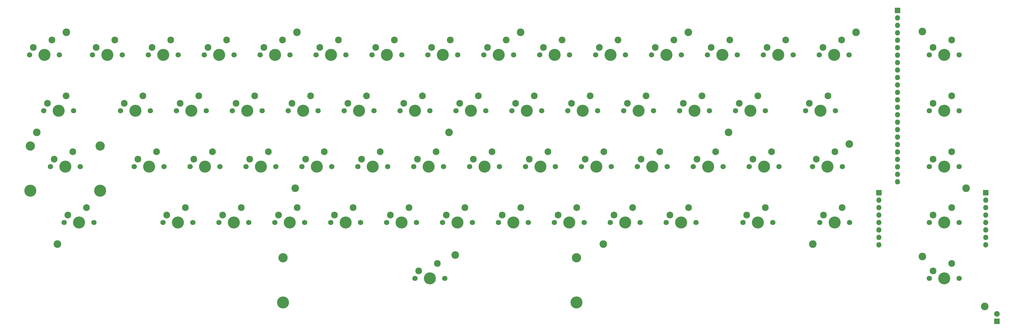
<source format=gbr>
G04 #@! TF.GenerationSoftware,KiCad,Pcbnew,(6.0.1)*
G04 #@! TF.CreationDate,2022-06-17T23:43:58+01:00*
G04 #@! TF.ProjectId,Project Helena,50726f6a-6563-4742-9048-656c656e612e,D*
G04 #@! TF.SameCoordinates,Original*
G04 #@! TF.FileFunction,Soldermask,Bot*
G04 #@! TF.FilePolarity,Negative*
%FSLAX46Y46*%
G04 Gerber Fmt 4.6, Leading zero omitted, Abs format (unit mm)*
G04 Created by KiCad (PCBNEW (6.0.1)) date 2022-06-17 23:43:58*
%MOMM*%
%LPD*%
G01*
G04 APERTURE LIST*
G04 Aperture macros list*
%AMRoundRect*
0 Rectangle with rounded corners*
0 $1 Rounding radius*
0 $2 $3 $4 $5 $6 $7 $8 $9 X,Y pos of 4 corners*
0 Add a 4 corners polygon primitive as box body*
4,1,4,$2,$3,$4,$5,$6,$7,$8,$9,$2,$3,0*
0 Add four circle primitives for the rounded corners*
1,1,$1+$1,$2,$3*
1,1,$1+$1,$4,$5*
1,1,$1+$1,$6,$7*
1,1,$1+$1,$8,$9*
0 Add four rect primitives between the rounded corners*
20,1,$1+$1,$2,$3,$4,$5,0*
20,1,$1+$1,$4,$5,$6,$7,0*
20,1,$1+$1,$6,$7,$8,$9,0*
20,1,$1+$1,$8,$9,$2,$3,0*%
G04 Aperture macros list end*
%ADD10C,1.802000*%
%ADD11C,4.102000*%
%ADD12C,2.302000*%
%ADD13C,3.152000*%
%ADD14RoundRect,0.051000X-0.850000X-0.850000X0.850000X-0.850000X0.850000X0.850000X-0.850000X0.850000X0*%
%ADD15O,1.802000X1.802000*%
%ADD16RoundRect,0.051000X0.900000X-0.900000X0.900000X0.900000X-0.900000X0.900000X-0.900000X-0.900000X0*%
%ADD17C,1.902000*%
%ADD18C,2.602000*%
G04 APERTURE END LIST*
D10*
X307340000Y-85090000D03*
X317500000Y-85090000D03*
D11*
X312420000Y-85090000D03*
D12*
X314960000Y-80010000D03*
X308610000Y-82550000D03*
D13*
X38519000Y-116190000D03*
D10*
X55499000Y-123190000D03*
D11*
X38519000Y-131430000D03*
X50419000Y-123190000D03*
D10*
X45339000Y-123190000D03*
D13*
X62319000Y-116190000D03*
D11*
X62319000Y-131430000D03*
D12*
X52959000Y-118110000D03*
X46609000Y-120650000D03*
D10*
X184150000Y-85090000D03*
X173990000Y-85090000D03*
D11*
X179070000Y-85090000D03*
D12*
X181610000Y-80010000D03*
X175260000Y-82550000D03*
D11*
X160020000Y-85090000D03*
D10*
X165100000Y-85090000D03*
X154940000Y-85090000D03*
D12*
X162560000Y-80010000D03*
X156210000Y-82550000D03*
D10*
X183515000Y-104140000D03*
X193675000Y-104140000D03*
D11*
X188595000Y-104140000D03*
D12*
X191135000Y-99060000D03*
X184785000Y-101600000D03*
D10*
X174625000Y-104140000D03*
X164465000Y-104140000D03*
D11*
X169545000Y-104140000D03*
D12*
X172085000Y-99060000D03*
X165735000Y-101600000D03*
D10*
X178943000Y-142240000D03*
X189103000Y-142240000D03*
D11*
X184023000Y-142240000D03*
D12*
X186563000Y-137160000D03*
X180213000Y-139700000D03*
D10*
X188214000Y-123190000D03*
D11*
X193294000Y-123190000D03*
D10*
X198374000Y-123190000D03*
D12*
X195834000Y-118110000D03*
X189484000Y-120650000D03*
D10*
X179324000Y-123190000D03*
X169164000Y-123190000D03*
D11*
X174244000Y-123190000D03*
D12*
X176784000Y-118110000D03*
X170434000Y-120650000D03*
D11*
X124625000Y-169530000D03*
X174625000Y-161290000D03*
D13*
X124625000Y-154290000D03*
X224625000Y-154290000D03*
D10*
X169545000Y-161290000D03*
X179705000Y-161290000D03*
D11*
X224625000Y-169530000D03*
D12*
X177165000Y-156210000D03*
X170815000Y-158750000D03*
D10*
X344805000Y-161290000D03*
X354965000Y-161290000D03*
D11*
X349885000Y-161290000D03*
D12*
X352425000Y-156210000D03*
X346075000Y-158750000D03*
D10*
X193040000Y-85090000D03*
D11*
X198120000Y-85090000D03*
D10*
X203200000Y-85090000D03*
D12*
X200660000Y-80010000D03*
X194310000Y-82550000D03*
D11*
X140970000Y-85090000D03*
D10*
X135890000Y-85090000D03*
X146050000Y-85090000D03*
D12*
X143510000Y-80010000D03*
X137160000Y-82550000D03*
D10*
X212725000Y-104140000D03*
X202565000Y-104140000D03*
D11*
X207645000Y-104140000D03*
D12*
X210185000Y-99060000D03*
X203835000Y-101600000D03*
D11*
X150495000Y-104140000D03*
D10*
X145415000Y-104140000D03*
X155575000Y-104140000D03*
D12*
X153035000Y-99060000D03*
X146685000Y-101600000D03*
D10*
X217424000Y-123190000D03*
X207264000Y-123190000D03*
D11*
X212344000Y-123190000D03*
D12*
X214884000Y-118110000D03*
X208534000Y-120650000D03*
D10*
X160274000Y-123190000D03*
D11*
X155194000Y-123190000D03*
D10*
X150114000Y-123190000D03*
D12*
X157734000Y-118110000D03*
X151384000Y-120650000D03*
D10*
X197993000Y-142240000D03*
X208153000Y-142240000D03*
D11*
X203073000Y-142240000D03*
D12*
X205613000Y-137160000D03*
X199263000Y-139700000D03*
D10*
X159893000Y-142240000D03*
D11*
X164973000Y-142240000D03*
D10*
X170053000Y-142240000D03*
D12*
X167513000Y-137160000D03*
X161163000Y-139700000D03*
D10*
X344805000Y-142240000D03*
D11*
X349885000Y-142240000D03*
D10*
X354965000Y-142240000D03*
D12*
X352425000Y-137160000D03*
X346075000Y-139700000D03*
D10*
X222250000Y-85090000D03*
X212090000Y-85090000D03*
D11*
X217170000Y-85090000D03*
D12*
X219710000Y-80010000D03*
X213360000Y-82550000D03*
D10*
X127000000Y-85090000D03*
D11*
X121920000Y-85090000D03*
D10*
X116840000Y-85090000D03*
D12*
X124460000Y-80010000D03*
X118110000Y-82550000D03*
D10*
X231775000Y-104140000D03*
X221615000Y-104140000D03*
D11*
X226695000Y-104140000D03*
D12*
X229235000Y-99060000D03*
X222885000Y-101600000D03*
D10*
X126365000Y-104140000D03*
D11*
X131445000Y-104140000D03*
D10*
X136525000Y-104140000D03*
D12*
X133985000Y-99060000D03*
X127635000Y-101600000D03*
D11*
X231394000Y-123190000D03*
D10*
X236474000Y-123190000D03*
X226314000Y-123190000D03*
D12*
X233934000Y-118110000D03*
X227584000Y-120650000D03*
D10*
X141224000Y-123190000D03*
X131064000Y-123190000D03*
D11*
X136144000Y-123190000D03*
D12*
X138684000Y-118110000D03*
X132334000Y-120650000D03*
D10*
X227203000Y-142240000D03*
D11*
X222123000Y-142240000D03*
D10*
X217043000Y-142240000D03*
D12*
X224663000Y-137160000D03*
X218313000Y-139700000D03*
D10*
X151003000Y-142240000D03*
D11*
X145923000Y-142240000D03*
D10*
X140843000Y-142240000D03*
D12*
X148463000Y-137160000D03*
X142113000Y-139700000D03*
D10*
X354965000Y-123190000D03*
X344805000Y-123190000D03*
D11*
X349885000Y-123190000D03*
D12*
X352425000Y-118110000D03*
X346075000Y-120650000D03*
D11*
X236220000Y-85090000D03*
D10*
X231140000Y-85090000D03*
X241300000Y-85090000D03*
D12*
X238760000Y-80010000D03*
X232410000Y-82550000D03*
D10*
X97790000Y-85090000D03*
D11*
X102870000Y-85090000D03*
D10*
X107950000Y-85090000D03*
D12*
X105410000Y-80010000D03*
X99060000Y-82550000D03*
D11*
X245745000Y-104140000D03*
D10*
X250825000Y-104140000D03*
X240665000Y-104140000D03*
D12*
X248285000Y-99060000D03*
X241935000Y-101600000D03*
D10*
X117475000Y-104140000D03*
X107315000Y-104140000D03*
D11*
X112395000Y-104140000D03*
D12*
X114935000Y-99060000D03*
X108585000Y-101600000D03*
D11*
X250444000Y-123190000D03*
D10*
X255524000Y-123190000D03*
X245364000Y-123190000D03*
D12*
X252984000Y-118110000D03*
X246634000Y-120650000D03*
D10*
X122174000Y-123190000D03*
X112014000Y-123190000D03*
D11*
X117094000Y-123190000D03*
D12*
X119634000Y-118110000D03*
X113284000Y-120650000D03*
D10*
X246253000Y-142240000D03*
D11*
X241173000Y-142240000D03*
D10*
X236093000Y-142240000D03*
D12*
X243713000Y-137160000D03*
X237363000Y-139700000D03*
D11*
X126873000Y-142240000D03*
D10*
X131953000Y-142240000D03*
X121793000Y-142240000D03*
D12*
X129413000Y-137160000D03*
X123063000Y-139700000D03*
D10*
X354965000Y-104140000D03*
X344805000Y-104140000D03*
D11*
X349885000Y-104140000D03*
D12*
X352425000Y-99060000D03*
X346075000Y-101600000D03*
D11*
X255270000Y-85090000D03*
D10*
X260350000Y-85090000D03*
X250190000Y-85090000D03*
D12*
X257810000Y-80010000D03*
X251460000Y-82550000D03*
D11*
X83820000Y-85090000D03*
D10*
X88900000Y-85090000D03*
X78740000Y-85090000D03*
D12*
X86360000Y-80010000D03*
X80010000Y-82550000D03*
D10*
X269875000Y-104140000D03*
D11*
X264795000Y-104140000D03*
D10*
X259715000Y-104140000D03*
D12*
X267335000Y-99060000D03*
X260985000Y-101600000D03*
D10*
X98425000Y-104140000D03*
D11*
X93345000Y-104140000D03*
D10*
X88265000Y-104140000D03*
D12*
X95885000Y-99060000D03*
X89535000Y-101600000D03*
D11*
X269494000Y-123190000D03*
D10*
X264414000Y-123190000D03*
X274574000Y-123190000D03*
D12*
X272034000Y-118110000D03*
X265684000Y-120650000D03*
D10*
X103124000Y-123190000D03*
D11*
X98044000Y-123190000D03*
D10*
X92964000Y-123190000D03*
D12*
X100584000Y-118110000D03*
X94234000Y-120650000D03*
D11*
X260223000Y-142240000D03*
D10*
X265303000Y-142240000D03*
X255143000Y-142240000D03*
D12*
X262763000Y-137160000D03*
X256413000Y-139700000D03*
D10*
X102743000Y-142240000D03*
X112903000Y-142240000D03*
D11*
X107823000Y-142240000D03*
D12*
X110363000Y-137160000D03*
X104013000Y-139700000D03*
D10*
X279400000Y-85090000D03*
X269240000Y-85090000D03*
D11*
X274320000Y-85090000D03*
D12*
X276860000Y-80010000D03*
X270510000Y-82550000D03*
D10*
X59690000Y-85090000D03*
D11*
X64770000Y-85090000D03*
D10*
X69850000Y-85090000D03*
D12*
X67310000Y-80010000D03*
X60960000Y-82550000D03*
D10*
X278765000Y-104140000D03*
X288925000Y-104140000D03*
D11*
X283845000Y-104140000D03*
D12*
X286385000Y-99060000D03*
X280035000Y-101600000D03*
D11*
X74295000Y-104140000D03*
D10*
X69215000Y-104140000D03*
X79375000Y-104140000D03*
D12*
X76835000Y-99060000D03*
X70485000Y-101600000D03*
D11*
X288544000Y-123190000D03*
D10*
X293624000Y-123190000D03*
X283464000Y-123190000D03*
D12*
X291084000Y-118110000D03*
X284734000Y-120650000D03*
D11*
X78994000Y-123190000D03*
D10*
X73914000Y-123190000D03*
X84074000Y-123190000D03*
D12*
X81534000Y-118110000D03*
X75184000Y-120650000D03*
D10*
X317627000Y-142240000D03*
X307467000Y-142240000D03*
D11*
X312547000Y-142240000D03*
D12*
X315087000Y-137160000D03*
X308737000Y-139700000D03*
D10*
X83693000Y-142240000D03*
X93853000Y-142240000D03*
D11*
X88773000Y-142240000D03*
D12*
X91313000Y-137160000D03*
X84963000Y-139700000D03*
D10*
X298450000Y-85090000D03*
D11*
X293370000Y-85090000D03*
D10*
X288290000Y-85090000D03*
D12*
X295910000Y-80010000D03*
X289560000Y-82550000D03*
D10*
X38227000Y-85090000D03*
X48387000Y-85090000D03*
D11*
X43307000Y-85090000D03*
D12*
X45847000Y-80010000D03*
X39497000Y-82550000D03*
D11*
X307721000Y-104140000D03*
D10*
X302641000Y-104140000D03*
X312801000Y-104140000D03*
D12*
X310261000Y-99060000D03*
X303911000Y-101600000D03*
D11*
X48133000Y-104140000D03*
D10*
X53213000Y-104140000D03*
X43053000Y-104140000D03*
D12*
X50673000Y-99060000D03*
X44323000Y-101600000D03*
D11*
X310134000Y-123190000D03*
D10*
X315214000Y-123190000D03*
X305054000Y-123190000D03*
D12*
X312674000Y-118110000D03*
X306324000Y-120650000D03*
D10*
X291465000Y-142240000D03*
D11*
X286385000Y-142240000D03*
D10*
X281305000Y-142240000D03*
D12*
X288925000Y-137160000D03*
X282575000Y-139700000D03*
D10*
X50038000Y-142240000D03*
D11*
X55118000Y-142240000D03*
D10*
X60198000Y-142240000D03*
D12*
X57658000Y-137160000D03*
X51308000Y-139700000D03*
D14*
X327660000Y-132080000D03*
D15*
X327660000Y-134620000D03*
X327660000Y-137160000D03*
X327660000Y-139700000D03*
X327660000Y-142240000D03*
X327660000Y-144780000D03*
X327660000Y-147320000D03*
X327660000Y-149860000D03*
D14*
X364000000Y-132080000D03*
D15*
X364000000Y-134620000D03*
X364000000Y-137160000D03*
X364000000Y-139700000D03*
X364000000Y-142240000D03*
X364000000Y-144780000D03*
X364000000Y-147320000D03*
X364000000Y-149860000D03*
D10*
X344805000Y-85090000D03*
D11*
X349885000Y-85090000D03*
D10*
X354965000Y-85090000D03*
D12*
X352425000Y-80010000D03*
X346075000Y-82550000D03*
D16*
X367820000Y-175971000D03*
D17*
X367820000Y-173431000D03*
D14*
X334000000Y-70000000D03*
D15*
X334000000Y-72540000D03*
X334000000Y-75080000D03*
X334000000Y-77620000D03*
X334000000Y-80160000D03*
X334000000Y-82700000D03*
X334000000Y-85240000D03*
X334000000Y-87780000D03*
X334000000Y-90320000D03*
X334000000Y-92860000D03*
X334000000Y-95400000D03*
X334000000Y-97940000D03*
X334000000Y-100480000D03*
X334000000Y-103020000D03*
X334000000Y-105560000D03*
X334000000Y-108100000D03*
X334000000Y-110640000D03*
X334000000Y-113180000D03*
X334000000Y-115720000D03*
X334000000Y-118260000D03*
X334000000Y-120800000D03*
X334000000Y-123340000D03*
X334000000Y-125880000D03*
X334000000Y-128420000D03*
D18*
X183300000Y-153365000D03*
X128719000Y-130615000D03*
X47693000Y-149665000D03*
X317559000Y-115515000D03*
X363710000Y-170865000D03*
X305122000Y-149665000D03*
X181170000Y-111565000D03*
X50732000Y-77415000D03*
X233748000Y-149665000D03*
X319845000Y-77415000D03*
X205545000Y-77415000D03*
X276420000Y-111565000D03*
X129345000Y-77415000D03*
X262695000Y-77415000D03*
X342460000Y-77165000D03*
X342460000Y-153865000D03*
X40708000Y-111565000D03*
X357310000Y-130615000D03*
M02*

</source>
